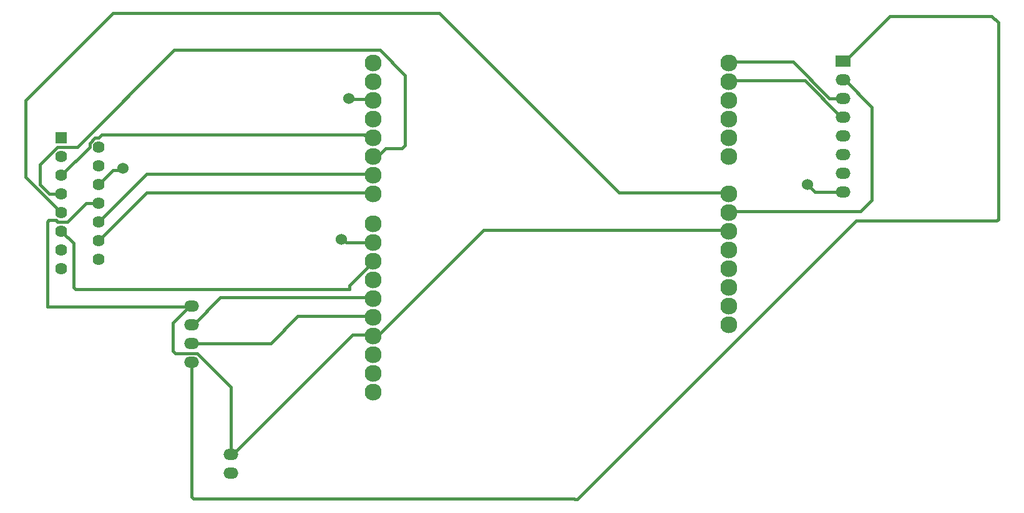
<source format=gbl>
G04*
G04 #@! TF.GenerationSoftware,Altium Limited,Altium Designer,23.9.2 (47)*
G04*
G04 Layer_Physical_Order=2*
G04 Layer_Color=16711680*
%FSLAX44Y44*%
%MOMM*%
G71*
G04*
G04 #@! TF.SameCoordinates,78F578D7-C6A0-49DB-A759-4A378E73C2F3*
G04*
G04*
G04 #@! TF.FilePolarity,Positive*
G04*
G01*
G75*
%ADD26C,0.4000*%
%ADD27C,1.5240*%
%ADD28O,2.0000X1.5240*%
%ADD29R,1.6200X1.6200*%
%ADD30C,1.6200*%
%ADD31C,2.3000*%
%ADD32O,2.0000X1.5000*%
%ADD33O,2.0000X1.5240*%
%ADD34R,2.0000X1.5240*%
D26*
X753612Y825500D02*
X789940D01*
X749801Y829310D02*
X753612Y825500D01*
X746760Y829310D02*
X749801D01*
X437269Y923679D02*
X448699D01*
X417830Y904240D02*
X437269Y923679D01*
X448699D02*
X450850Y925830D01*
X367030Y916940D02*
X405190Y955100D01*
Y960276D02*
X412594Y967680D01*
X405190Y955100D02*
Y960276D01*
X786304Y971376D02*
X789940Y967740D01*
X778097Y971550D02*
X778271Y971376D01*
X421640Y971550D02*
X778097D01*
X417770Y967680D02*
X421640Y971550D01*
X412594Y967680D02*
X417770D01*
X778271Y971376D02*
X786304D01*
X417830Y853440D02*
X482680Y918290D01*
X792450D01*
X757515Y1020485D02*
X791855D01*
X792450Y1019890D01*
X756920Y1021080D02*
X757515Y1020485D01*
X1389380Y894080D02*
X1427480D01*
X1379220Y904240D02*
X1389380Y894080D01*
X687675Y725250D02*
X792450D01*
X543560Y688340D02*
X650765D01*
X687675Y725250D01*
X543560Y713740D02*
X545940D01*
X582850Y750650D01*
X792450D01*
X539910Y737870D02*
X541180Y739140D01*
X518547Y716507D02*
X539910Y737870D01*
X347783D02*
X539910D01*
X518547Y677793D02*
Y716507D01*
X541180Y739140D02*
X543560D01*
X518547Y677793D02*
X521240Y675100D01*
X550977D01*
X596900Y537210D02*
Y629177D01*
X550977Y675100D02*
X596900Y629177D01*
X758190Y767190D02*
X792450Y801450D01*
X758190Y762000D02*
Y767190D01*
X482680Y892890D02*
X792450D01*
X417830Y828040D02*
X482680Y892890D01*
X350879Y891540D02*
X367030D01*
X318770Y914400D02*
Y1018540D01*
X337820Y904599D02*
Y931006D01*
Y904599D02*
X350879Y891540D01*
X318770Y914400D02*
X367030Y866140D01*
X350126Y855586D02*
X359708D01*
X347783Y853243D02*
X350126Y855586D01*
X347783Y737870D02*
Y853243D01*
X361794Y853500D02*
X375491D01*
X359708Y855586D02*
X361794Y853500D01*
X375491D02*
X400831Y878840D01*
X417830D01*
X436880Y1136650D02*
X880110D01*
X318770Y1018540D02*
X436880Y1136650D01*
X1123870Y892890D02*
X1275050D01*
X880110Y1136650D02*
X1123870Y892890D01*
X797591Y943690D02*
X806884Y952982D01*
X828719D02*
X833120Y957383D01*
Y1052704D01*
X792450Y943690D02*
X797591D01*
X806884Y952982D02*
X828719D01*
X799094Y1086730D02*
X833120Y1052704D01*
X520047Y1086730D02*
X799094D01*
X388417Y955100D02*
X520047Y1086730D01*
X361914Y955100D02*
X388417D01*
X337820Y931006D02*
X361914Y955100D01*
X367030Y840740D02*
X383540Y824230D01*
Y764343D02*
Y824230D01*
X385883Y762000D02*
X758190D01*
X383540Y764343D02*
X385883Y762000D01*
X1359419Y1070610D02*
X1408949Y1021080D01*
X1427480D01*
X1280160Y1070610D02*
X1359419D01*
X1375570Y1045210D02*
X1425100Y995680D01*
X1280160Y1045210D02*
X1375570D01*
X1425100Y995680D02*
X1427480D01*
X939800Y842010D02*
X1280160D01*
X797560Y699770D02*
X939800Y842010D01*
X1280160Y867410D02*
X1451610D01*
X1466850Y882650D01*
X1067187Y476637D02*
X1445260Y854710D01*
X1635957D01*
X1427480Y1046480D02*
X1429860D01*
X1466850Y1009490D01*
Y882650D02*
Y1009490D01*
X1429860Y1071880D02*
X1490820Y1132840D01*
X1629410D01*
X1427480Y1071880D02*
X1429860D01*
X1635957Y854710D02*
X1638300Y857053D01*
Y1123950D01*
X1629410Y1132840D02*
X1638300Y1123950D01*
X1062742Y477768D02*
X1063873Y476637D01*
X1067187D01*
X1059180Y477520D02*
X1059428Y477768D01*
X1062742D01*
X545903Y477520D02*
X1059180D01*
X599400Y537210D02*
X761960Y699770D01*
X797560D01*
X543560Y479863D02*
X545903Y477520D01*
X543560Y479863D02*
Y662940D01*
X596900Y537210D02*
X599400D01*
D27*
X746760Y829310D02*
D03*
X450850Y925830D02*
D03*
X1379220Y904240D02*
D03*
X756920Y1021080D02*
D03*
D28*
X543560Y713740D02*
D03*
Y739140D02*
D03*
Y662940D02*
D03*
Y688340D02*
D03*
D29*
X367030Y967740D02*
D03*
D30*
X417830Y955040D02*
D03*
X367030Y942340D02*
D03*
X417830Y929640D02*
D03*
X367030Y916940D02*
D03*
X417830Y904240D02*
D03*
X367030Y891540D02*
D03*
X417830Y878840D02*
D03*
X367030Y866140D02*
D03*
X417830Y853440D02*
D03*
X367030Y840740D02*
D03*
X417830Y828040D02*
D03*
X367030Y815340D02*
D03*
X417830Y802640D02*
D03*
X367030Y789940D02*
D03*
D31*
X789940Y891540D02*
D03*
Y916940D02*
D03*
Y942340D02*
D03*
Y967740D02*
D03*
Y993140D02*
D03*
Y1018540D02*
D03*
Y1043940D02*
D03*
Y1069340D02*
D03*
Y622300D02*
D03*
Y647700D02*
D03*
Y673100D02*
D03*
Y698500D02*
D03*
Y723900D02*
D03*
Y749300D02*
D03*
Y774700D02*
D03*
Y800100D02*
D03*
Y825500D02*
D03*
Y850900D02*
D03*
X1272540Y1069340D02*
D03*
Y1043940D02*
D03*
Y1018540D02*
D03*
Y993140D02*
D03*
Y967740D02*
D03*
Y942340D02*
D03*
Y891540D02*
D03*
Y866140D02*
D03*
Y840740D02*
D03*
Y815340D02*
D03*
Y789940D02*
D03*
Y764540D02*
D03*
Y739140D02*
D03*
Y713740D02*
D03*
D32*
X596900Y511810D02*
D03*
Y537210D02*
D03*
D33*
X1427480Y894080D02*
D03*
Y919480D02*
D03*
Y1046480D02*
D03*
Y944880D02*
D03*
Y1021080D02*
D03*
Y970280D02*
D03*
Y995680D02*
D03*
D34*
Y1071880D02*
D03*
M02*

</source>
